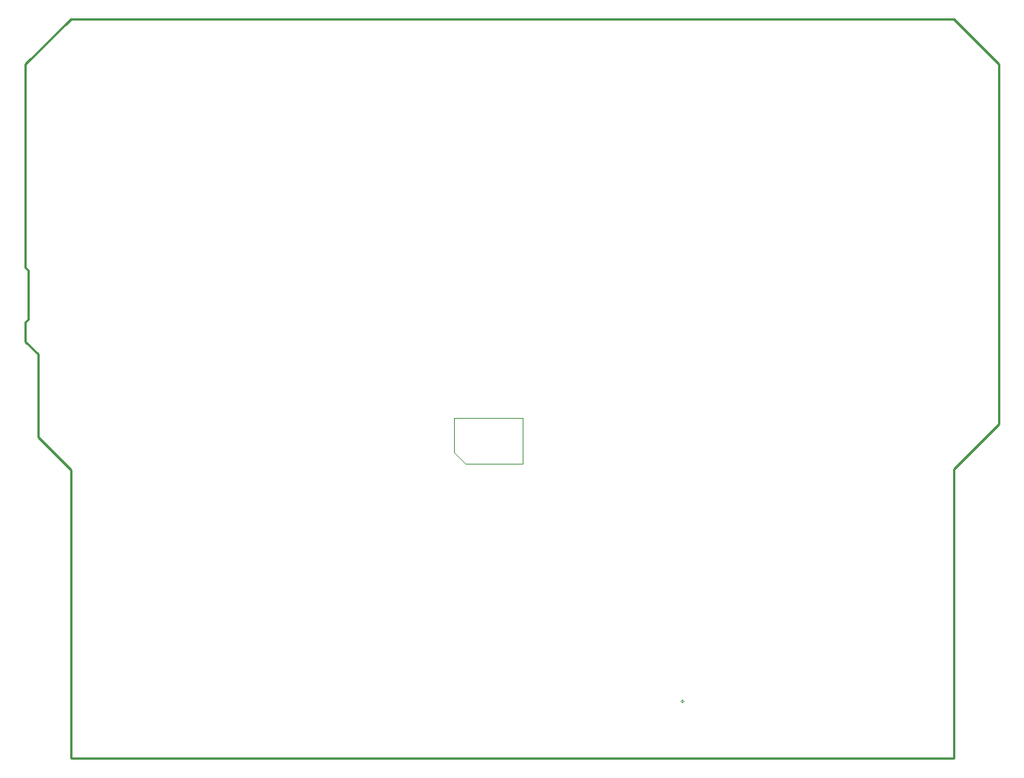
<source format=gbr>
%TF.GenerationSoftware,KiCad,Pcbnew,9.0.7*%
%TF.CreationDate,2026-02-04T16:30:56+00:00*%
%TF.ProjectId,FED3 tester - support,46454433-2074-4657-9374-6572202d2073,rev?*%
%TF.SameCoordinates,PX6146580PY6dc4960*%
%TF.FileFunction,AssemblyDrawing,Top*%
%FSLAX46Y46*%
G04 Gerber Fmt 4.6, Leading zero omitted, Abs format (unit mm)*
G04 Created by KiCad (PCBNEW 9.0.7) date 2026-02-04 16:30:56*
%MOMM*%
%LPD*%
G01*
G04 APERTURE LIST*
%ADD10C,0.100000*%
%TA.AperFunction,Profile*%
%ADD11C,0.250000*%
%TD*%
G04 APERTURE END LIST*
D10*
X68077500Y6340500D02*
G75*
G02*
X67758500Y6340500I-159500J0D01*
G01*
X67758500Y6340500D02*
G75*
G02*
X68077500Y6340500I159500J0D01*
G01*
%TO.C,J2*%
X42569050Y37753857D02*
X50189050Y37753857D01*
X42569050Y33943857D02*
X42569050Y37753857D01*
X43839050Y32673857D02*
X42569050Y33943857D01*
X50189050Y37753857D02*
X50189050Y32673857D01*
X50189050Y32673857D02*
X43839050Y32673857D01*
%TD*%
D11*
X-3600000Y35650000D02*
X-3600000Y44850000D01*
X98000000Y82050000D02*
X103000000Y77050000D01*
X-4720000Y54170000D02*
X-5000000Y54450000D01*
X-5000000Y77050000D02*
X0Y82050000D01*
X-4720000Y48730000D02*
X-4720000Y54170000D01*
X-5000000Y54450000D02*
X-5000000Y77050000D01*
X36000000Y82050000D02*
X62000000Y82050000D01*
X-5000000Y48450000D02*
X-4720000Y48730000D01*
X98000000Y32100000D02*
X98000000Y0D01*
X103000000Y37100000D02*
X98000000Y32100000D01*
X0Y32050000D02*
X-3600000Y35650000D01*
X0Y82050000D02*
X36000000Y82050000D01*
X-5000000Y46250000D02*
X-5000000Y48450000D01*
X103000000Y77050000D02*
X103000000Y37100000D01*
X98000000Y0D02*
X0Y0D01*
X0Y32050000D02*
X0Y0D01*
X-3600000Y44850000D02*
X-5000000Y46250000D01*
X62000000Y82050000D02*
X98000000Y82050000D01*
M02*

</source>
